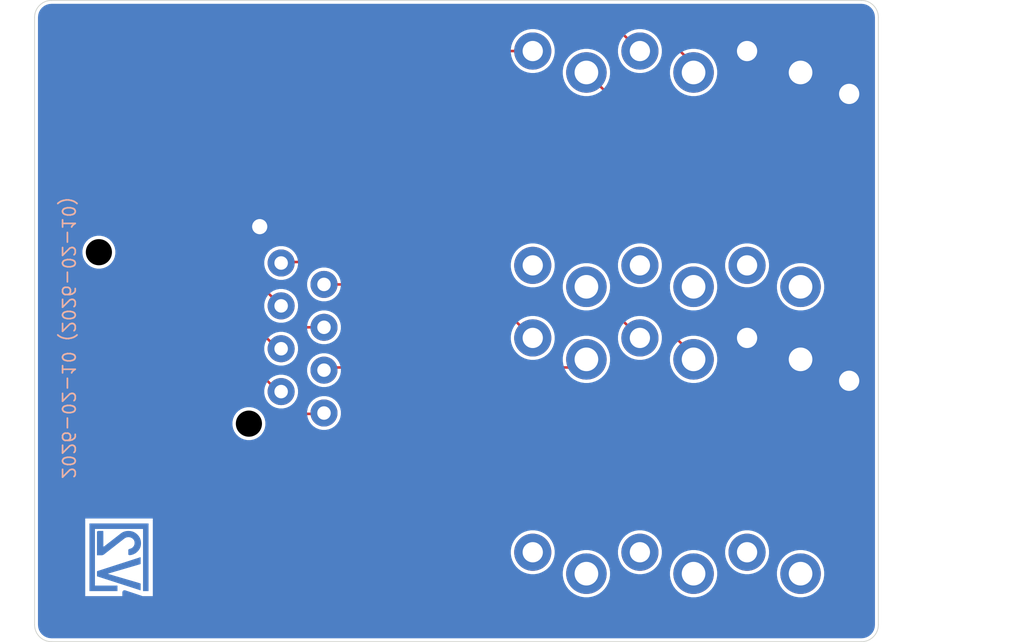
<source format=kicad_pcb>
(kicad_pcb (version 20241229) (generator "pcbnew") (generator_version "9.0")
  (title_block (date "2026-02-10") (rev "2026-02-10"))
  (layers (0 "F.Cu" signal "Front") (2 "B.Cu" signal "Back") (13 "F.Paste" user) (5 "F.SilkS" user "F.Silkscreen") (7 "B.SilkS" user "B.Silkscreen") (1 "F.Mask" user) (3 "B.Mask" user) (25 "Edge.Cuts" user))
  (property "Order-Number" "JLCJLCJLCJLC")
  (net 0 "")
  (net 1 "/Channel-1+")
  (net 2 "/Channel-3-")
  (net 3 "/Channel-1-")
  (net 4 "/Channel-3+")
  (net 6 "GND")
  (net 8 "/Channel-4-")
  (net 17 "/Channel-2-")
  (net 19 "/Channel-2+")
  (net 20 "/Channel-4+")
  (footprint "V2_Connector_EtherCon:NE8FAH" (layer "F.Cu") (at 62.5 98.707107 90)
    (property "Reference" "J103" (hide yes))
    (property "Value" "NE8FAH" (hide yes))
    (pad "" np_thru_hole circle (at -5.08 12.7 90) (size 1.55 1.55) (drill 1.55) (layers "*.Mask"))
    (pad "" np_thru_hole circle (at 5.08 3.81 90) (size 1.55 1.55) (drill 1.55) (layers "*.Mask"))
    (pad "1" thru_hole circle (at 4.44 14.61 90) (size 1.6 1.6) (drill 0.8) (layers "*.Cu" "*.Mask") (net 3 "/Channel-1-"))
    (pad "2" thru_hole circle (at 3.17 17.15 90) (size 1.6 1.6) (drill 0.8) (layers "*.Cu" "*.Mask") (net 1 "/Channel-1+"))
    (pad "3" thru_hole circle (at 1.9 14.61 90) (size 1.6 1.6) (drill 0.8) (layers "*.Cu" "*.Mask") (net 2 "/Channel-3-"))
    (pad "4" thru_hole circle (at 0.63 17.15 90) (size 1.6 1.6) (drill 0.8) (layers "*.Cu" "*.Mask") (net 19 "/Channel-2+"))
    (pad "5" thru_hole circle (at -0.64 14.61 90) (size 1.6 1.6) (drill 0.8) (layers "*.Cu" "*.Mask") (net 17 "/Channel-2-"))
    (pad "6" thru_hole circle (at -1.91 17.15 90) (size 1.6 1.6) (drill 0.8) (layers "*.Cu" "*.Mask") (net 4 "/Channel-3+"))
    (pad "7" thru_hole circle (at -3.18 14.61 90) (size 1.6 1.6) (drill 0.8) (layers "*.Cu" "*.Mask") (net 8 "/Channel-4-"))
    (pad "8" thru_hole circle (at -4.45 17.15 90) (size 1.6 1.6) (drill 0.8) (layers "*.Cu" "*.Mask") (net 20 "/Channel-4+"))
    (pad "S" thru_hole circle (at 6.595 13.34 90) (size 1.6 1.6) (drill 0.9) (layers "*.Cu" "*.Mask") (net 6 "GND"))
  )
  (footprint "V2_Connector_Audio:Jack_6.35mm_Neutrik_NSJ12HC_Horizontal" (layer "F.Cu") (at 112.5 107.207107)
    (property "Reference" "J101" (hide yes))
    (property "Value" "NSJ12HC" (hide yes))
    (pad "G" thru_hole circle (at -1.73 -5.96) (size 2.2 2.2) (drill 1.2) (layers "*.Cu" "*.Mask") (net 6 "GND"))
    (pad "R1" thru_hole circle (at -14.13 -8.5) (size 2.2 2.2) (drill 1.2) (layers "*.Cu" "*.Mask") (net 3 "/Channel-1-"))
    (pad "R2" thru_hole circle (at -10.95 -7.23) (size 2.4 2.4) (drill 1.4) (layers "*.Cu" "*.Mask") (net 2 "/Channel-3-"))
    (pad "RN1" thru_hole circle (at -14.13 4.2) (size 2.2 2.2) (drill 1.2) (layers "*.Cu" "*.Mask"))
    (pad "RN2" thru_hole circle (at -10.95 5.47) (size 2.4 2.4) (drill 1.4) (layers "*.Cu" "*.Mask"))
    (pad "S1" thru_hole circle (at -7.78 -8.5) (size 2.2 2.2) (drill 1.2) (layers "*.Cu" "*.Mask") (net 6 "GND"))
    (pad "S2" thru_hole circle (at -4.61 -7.23) (size 2.4 2.4) (drill 1.4) (layers "*.Cu" "*.Mask") (net 6 "GND"))
    (pad "SN1" thru_hole circle (at -7.78 4.2) (size 2.2 2.2) (drill 1.2) (layers "*.Cu" "*.Mask"))
    (pad "SN2" thru_hole circle (at -4.61 5.47) (size 2.4 2.4) (drill 1.4) (layers "*.Cu" "*.Mask"))
    (pad "T1" thru_hole circle (at -20.48 -8.5) (size 2.2 2.2) (drill 1.2) (layers "*.Cu" "*.Mask") (net 1 "/Channel-1+"))
    (pad "T2" thru_hole circle (at -17.3 -7.23) (size 2.4 2.4) (drill 1.4) (layers "*.Cu" "*.Mask") (net 4 "/Channel-3+"))
    (pad "TN1" thru_hole circle (at -20.48 4.2) (size 2.2 2.2) (drill 1.2) (layers "*.Cu" "*.Mask"))
    (pad "TN2" thru_hole circle (at -17.3 5.47) (size 2.4 2.4) (drill 1.4) (layers "*.Cu" "*.Mask"))
  )
  (footprint "V2_Connector_Audio:Jack_6.35mm_Neutrik_NSJ12HC_Horizontal" (layer "F.Cu") (at 112.5 90.207107)
    (property "Reference" "J102" (hide yes))
    (property "Value" "NSJ12HC" (hide yes))
    (pad "G" thru_hole circle (at -1.73 -5.96) (size 2.2 2.2) (drill 1.2) (layers "*.Cu" "*.Mask") (net 6 "GND"))
    (pad "R1" thru_hole circle (at -14.13 -8.5) (size 2.2 2.2) (drill 1.2) (layers "*.Cu" "*.Mask") (net 17 "/Channel-2-"))
    (pad "R2" thru_hole circle (at -10.95 -7.23) (size 2.4 2.4) (drill 1.4) (layers "*.Cu" "*.Mask") (net 8 "/Channel-4-"))
    (pad "RN1" thru_hole circle (at -14.13 4.2) (size 2.2 2.2) (drill 1.2) (layers "*.Cu" "*.Mask"))
    (pad "RN2" thru_hole circle (at -10.95 5.47) (size 2.4 2.4) (drill 1.4) (layers "*.Cu" "*.Mask"))
    (pad "S1" thru_hole circle (at -7.78 -8.5) (size 2.2 2.2) (drill 1.2) (layers "*.Cu" "*.Mask") (net 6 "GND"))
    (pad "S2" thru_hole circle (at -4.61 -7.23) (size 2.4 2.4) (drill 1.4) (layers "*.Cu" "*.Mask") (net 6 "GND"))
    (pad "SN1" thru_hole circle (at -7.78 4.2) (size 2.2 2.2) (drill 1.2) (layers "*.Cu" "*.Mask"))
    (pad "SN2" thru_hole circle (at -4.61 5.47) (size 2.4 2.4) (drill 1.4) (layers "*.Cu" "*.Mask"))
    (pad "T1" thru_hole circle (at -20.48 -8.5) (size 2.2 2.2) (drill 1.2) (layers "*.Cu" "*.Mask") (net 19 "/Channel-2+"))
    (pad "T2" thru_hole circle (at -17.3 -7.23) (size 2.4 2.4) (drill 1.4) (layers "*.Cu" "*.Mask") (net 20 "/Channel-4+"))
    (pad "TN1" thru_hole circle (at -20.48 4.2) (size 2.2 2.2) (drill 1.2) (layers "*.Cu" "*.Mask"))
    (pad "TN2" thru_hole circle (at -17.3 5.47) (size 2.4 2.4) (drill 1.4) (layers "*.Cu" "*.Mask"))
  )
  (footprint "V2_Artwork:Logo_Small" (layer "B.Cu") (at 67.5 111.707107 90)
    (property "Reference" "ICON101" (hide yes))
    (property "Value" "V2-logo" (hide yes))
    (fp_poly (pts (xy 2.006758 -1.750057) (xy -2.003742 -1.750057) (xy -2.003742 -0.089057) (xy -1.676242 -0.089057) (xy -1.676242 -1.422557) (xy 1.679258 -1.422557) (xy 1.679258 1.424943) (xy -2.003742 1.424943) (xy -2.003742 1.752443) (xy 2.006758 1.752443)) (fill yes) (layer "B.Cu"))
    (fp_poly (pts (xy -1.520919 1.190765) (xy -0.987877 -0.632379) (xy -0.96229 -0.63477) (xy -0.429473 1.187605) (xy -0.397658 1.28383) (xy -0.093581 1.28383) (xy 0.011405 1.282303) (xy -0.821464 -1.300873) (xy -0.922973 -1.304044) (xy -1.126979 -1.304044) (xy -1.959811 1.279026) (xy -1.859182 1.28383) (xy -1.55515 1.28383)) (fill yes) (layer "B.Cu"))
    (fp_poly (pts (xy 0.959179 1.296323) (xy 1.057102 1.27333) (xy 1.15069 1.236367) (xy 1.237701 1.18584) (xy 1.316459 1.12329) (xy 1.386544 1.051192) (xy 1.4473 0.971068) (xy 1.496526 0.883341) (xy 1.532676 0.789459) (xy 1.555226 0.691443) (xy 1.564714 0.591354) (xy 1.562302 0.490861) (xy 1.547686 0.391375) (xy 1.519699 0.294757) (xy 1.477977 0.203204) (xy 1.423428 0.118825) (xy 0.62811 -0.902367) (xy 0.666211 -0.926016) (xy 1.464718 -0.926016) (xy 1.565211 -0.930611) (xy 1.565211 -1.236646) (xy 1.526846 -1.304028) (xy 0.119258 -1.304044) (xy 0.119258 -0.998218) (xy 0.152529 -0.907926) (xy 1.075862 0.274673) (xy 1.135011 0.354575) (xy 1.177602 0.443372) (xy 1.194922 0.540328) (xy 1.188525 0.63852) (xy 1.156173 0.731429) (xy 1.102154 0.813814) (xy 1.029408 0.879553) (xy 0.93915 0.917434) (xy 0.841313 0.926822) (xy 0.744269 0.911115) (xy 0.655699 0.868697) (xy 0.582012 0.803671) (xy 0.529159 0.720807) (xy 0.499075 0.625849) (xy 0.458111 0.553721) (xy 0.151905 0.553721) (xy 0.122138 0.626978) (xy 0.136522 0.727544) (xy 0.163539 0.824426) (xy 0.203793 0.916615) (xy 0.256664 1.002191) (xy 0.320597 1.07979) (xy 0.393413 1.149125) (xy 0.474729 1.208346) (xy 0.563921 1.254958) (xy 0.65936 1.286951) (xy 0.758577 1.303726) (xy 0.859118 1.306199)) (fill yes) (layer "B.Cu"))
    (zone (net 0) (net_name "") (layer "B.Cu") (connect_pads (clearance 0)) (min_thickness 0.254)
      (keepout (tracks not_allowed) (vias not_allowed) (pads not_allowed) (copperpour not_allowed) (footprints allowed))
      (fill (thermal_gap 0.508) (thermal_bridge_width 0.508))
      (polygon (pts (xy 65.5 114.007107) (xy 65.5 109.407107) (xy 69.505 109.407107) (xy 69.505 114.007107) (xy 68.9 114.007107) (xy 67.7 113.607107) (xy 67.7 114.007107)))
    )
  )
  (footprint "V2_Production:Revision" (layer "B.Cu") (at 64.5 98.707107 90)
    (property "Reference" "INFO101" (hide yes))
    (property "Value" "~" (hide yes))
    (fp_text user "${REVISION} (${ISSUE_DATE})" (at 0 0 270) (layer "B.SilkS") (effects (font (size 0.75 0.75) (thickness 0.1)) (justify mirror)))
  )
  (gr_line (start 62.5 79.707107) (end 62.5 115.707107) (stroke (width 0.05)) (layer "Edge.Cuts"))
  (gr_arc (start 62.5 79.707107) (mid 62.792893 79) (end 63.5 78.707107) (stroke (width 0.05)) (layer "Edge.Cuts"))
  (gr_line (start 63.5 78.707107) (end 111.5 78.707107) (stroke (width 0.05)) (layer "Edge.Cuts"))
  (gr_arc (start 63.5 116.707107) (mid 62.792893 116.414214) (end 62.5 115.707107) (stroke (width 0.05)) (layer "Edge.Cuts"))
  (gr_line (start 63.5 116.707107) (end 111.5 116.707107) (stroke (width 0.05)) (layer "Edge.Cuts"))
  (gr_arc (start 111.5 78.707107) (mid 112.207107 79) (end 112.5 79.707107) (stroke (width 0.05)) (layer "Edge.Cuts"))
  (gr_line (start 112.5 79.707107) (end 112.5 115.707107) (stroke (width 0.05)) (layer "Edge.Cuts"))
  (gr_arc (start 112.5 115.707107) (mid 112.207107 116.414214) (end 111.5 116.707107) (stroke (width 0.05)) (layer "Edge.Cuts"))
  (segment (start 79.65 95.537107) (end 88.83 95.537107) (width 0.15) (layer "F.Cu") (net 1))
  (segment (start 88.83 95.537107) (end 92 98.707107) (width 0.15) (layer "F.Cu") (net 1))
  (segment (start 92 98.707107) (end 92.02 98.707107) (width 0.15) (layer "F.Cu") (net 1))
  (segment (start 100 98.207107) (end 100 93.707107) (width 0.15) (layer "F.Cu") (net 2))
  (segment (start 75.75 93.957107) (end 75.75 95.457107) (width 0.15) (layer "F.Cu") (net 2))
  (segment (start 98.75 92.457107) (end 77.25 92.457107) (width 0.15) (layer "F.Cu") (net 2))
  (segment (start 77.1 96.807107) (end 77.11 96.807107) (width 0.15) (layer "F.Cu") (net 2))
  (segment (start 101.55 99.757107) (end 100 98.207107) (width 0.15) (layer "F.Cu") (net 2))
  (segment (start 101.55 99.977107) (end 101.55 99.757107) (width 0.15) (layer "F.Cu") (net 2))
  (segment (start 101.55 100.407107) (end 101.55 99.977107) (width 0.15) (layer "F.Cu") (net 2))
  (segment (start 100 93.707107) (end 98.75 92.457107) (width 0.15) (layer "F.Cu") (net 2))
  (segment (start 77.25 92.457107) (end 75.75 93.957107) (width 0.15) (layer "F.Cu") (net 2))
  (segment (start 75.75 95.457107) (end 77.1 96.807107) (width 0.15) (layer "F.Cu") (net 2))
  (segment (start 89.5 94.207107) (end 77.17 94.207107) (width 0.15) (layer "F.Cu") (net 3))
  (segment (start 96.935 97.272107) (end 92.565 97.272107) (width 0.15) (layer "F.Cu") (net 3))
  (segment (start 98.37 98.707107) (end 96.935 97.272107) (width 0.15) (layer "F.Cu") (net 3))
  (segment (start 92.565 97.272107) (end 89.5 94.207107) (width 0.15) (layer "F.Cu") (net 3))
  (segment (start 77.17 94.207107) (end 77.11 94.267107) (width 0.15) (layer "F.Cu") (net 3))
  (segment (start 94.72 100.457107) (end 95.2 99.977107) (width 0.15) (layer "F.Cu") (net 4))
  (segment (start 79.65 100.617107) (end 79.81 100.457107) (width 0.15) (layer "F.Cu") (net 4))
  (segment (start 79.81 100.457107) (end 94.72 100.457107) (width 0.15) (layer "F.Cu") (net 4))
  (segment (start 101.55 82.507107) (end 101.55 82.977107) (width 0.15) (layer "F.Cu") (net 8))
  (segment (start 73.25 98.207107) (end 73.25 91.457107) (width 0.15) (layer "F.Cu") (net 8))
  (segment (start 73.25 91.457107) (end 85 79.707107) (width 0.15) (layer "F.Cu") (net 8))
  (segment (start 77.11 101.887107) (end 76.93 101.887107) (width 0.15) (layer "F.Cu") (net 8))
  (segment (start 76.93 101.887107) (end 73.25 98.207107) (width 0.15) (layer "F.Cu") (net 8))
  (segment (start 85 79.707107) (end 98.75 79.707107) (width 0.15) (layer "F.Cu") (net 8))
  (segment (start 98.75 79.707107) (end 101.55 82.507107) (width 0.15) (layer "F.Cu") (net 8))
  (segment (start 73.75 91.707107) (end 73.75 96.207107) (width 0.15) (layer "F.Cu") (net 17))
  (segment (start 85.25 80.207107) (end 73.75 91.707107) (width 0.15) (layer "F.Cu") (net 17))
  (segment (start 73.75 96.207107) (end 76.89 99.347107) (width 0.15) (layer "F.Cu") (net 17))
  (segment (start 96.87 80.207107) (end 85.25 80.207107) (width 0.15) (layer "F.Cu") (net 17))
  (segment (start 98.37 81.707107) (end 96.87 80.207107) (width 0.15) (layer "F.Cu") (net 17))
  (segment (start 76.89 99.347107) (end 77.11 99.347107) (width 0.15) (layer "F.Cu") (net 17))
  (segment (start 76.495 98.077107) (end 79.65 98.077107) (width 0.15) (layer "F.Cu") (net 19))
  (segment (start 84.5 81.707107) (end 74.25 91.957107) (width 0.15) (layer "F.Cu") (net 19))
  (segment (start 74.25 91.957107) (end 74.25 95.832107) (width 0.15) (layer "F.Cu") (net 19))
  (segment (start 92.02 81.707107) (end 84.5 81.707107) (width 0.15) (layer "F.Cu") (net 19))
  (segment (start 74.25 95.832107) (end 76.495 98.077107) (width 0.15) (layer "F.Cu") (net 19))
  (segment (start 96.93 84.707107) (end 102.25 84.707107) (width 0.15) (layer "F.Cu") (net 20))
  (segment (start 79.6 103.207107) (end 79.65 103.157107) (width 0.15) (layer "F.Cu") (net 20))
  (segment (start 72.75 99.707107) (end 76.25 103.207107) (width 0.15) (layer "F.Cu") (net 20))
  (segment (start 84.75 79.207107) (end 72.75 91.207107) (width 0.15) (layer "F.Cu") (net 20))
  (segment (start 102.25 84.707107) (end 103.25 83.707107) (width 0.15) (layer "F.Cu") (net 20))
  (segment (start 72.75 91.207107) (end 72.75 99.707107) (width 0.15) (layer "F.Cu") (net 20))
  (segment (start 100.25 79.207107) (end 84.75 79.207107) (width 0.15) (layer "F.Cu") (net 20))
  (segment (start 103.25 83.707107) (end 103.25 82.207107) (width 0.15) (layer "F.Cu") (net 20))
  (segment (start 103.25 82.207107) (end 100.25 79.207107) (width 0.15) (layer "F.Cu") (net 20))
  (segment (start 95.2 82.977107) (end 96.93 84.707107) (width 0.15) (layer "F.Cu") (net 20))
  (segment (start 76.25 103.207107) (end 79.6 103.207107) (width 0.15) (layer "F.Cu") (net 20))
  (zone (net 6) (net_name "GND") (layer "B.Cu") (connect_pads yes (clearance 0.2)) (min_thickness 0.25) (fill yes (thermal_gap 0.5) (thermal_bridge_width 0.5) (smoothing fillet) (radius 0.25))
    (polygon (pts (xy 62.5 116.707107) (xy 62.5 78.707107) (xy 112.5 78.707107) (xy 112.5 116.707107)))
  )
)
</source>
